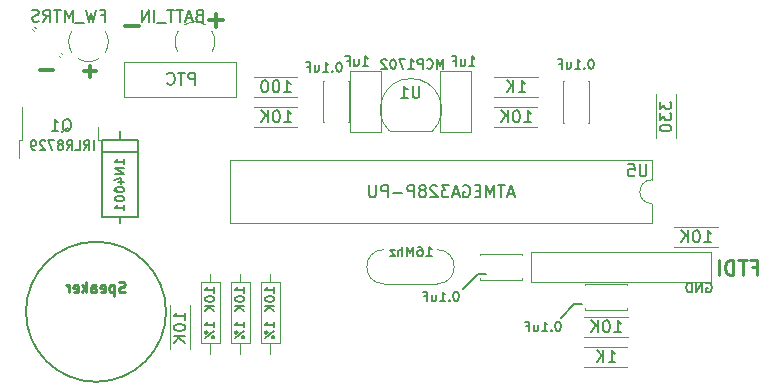
<source format=gbo>
G04 #@! TF.FileFunction,Legend,Bot*
%FSLAX46Y46*%
G04 Gerber Fmt 4.6, Leading zero omitted, Abs format (unit mm)*
G04 Created by KiCad (PCBNEW 4.0.7) date 08/30/19 18:47:50*
%MOMM*%
%LPD*%
G01*
G04 APERTURE LIST*
%ADD10C,0.100000*%
%ADD11C,0.150000*%
%ADD12C,0.300000*%
%ADD13C,0.120000*%
%ADD14C,0.200000*%
%ADD15C,0.222250*%
%ADD16C,0.250000*%
G04 APERTURE END LIST*
D10*
D11*
X125466000Y-98838000D02*
X125212000Y-98838000D01*
X164201000Y-108490000D02*
X164836000Y-108490000D01*
X163058000Y-109633000D02*
X164201000Y-108490000D01*
X156073000Y-105950000D02*
X156708000Y-105950000D01*
X154803000Y-107220000D02*
X156073000Y-105950000D01*
X175351523Y-106693000D02*
X175427714Y-106654905D01*
X175541999Y-106654905D01*
X175656285Y-106693000D01*
X175732476Y-106769190D01*
X175770571Y-106845381D01*
X175808666Y-106997762D01*
X175808666Y-107112048D01*
X175770571Y-107264429D01*
X175732476Y-107340619D01*
X175656285Y-107416810D01*
X175541999Y-107454905D01*
X175465809Y-107454905D01*
X175351523Y-107416810D01*
X175313428Y-107378714D01*
X175313428Y-107112048D01*
X175465809Y-107112048D01*
X174970571Y-107454905D02*
X174970571Y-106654905D01*
X174513428Y-107454905D01*
X174513428Y-106654905D01*
X174132476Y-107454905D02*
X174132476Y-106654905D01*
X173942000Y-106654905D01*
X173827714Y-106693000D01*
X173751523Y-106769190D01*
X173713428Y-106845381D01*
X173675333Y-106997762D01*
X173675333Y-107112048D01*
X173713428Y-107264429D01*
X173751523Y-107340619D01*
X173827714Y-107416810D01*
X173942000Y-107454905D01*
X174132476Y-107454905D01*
D12*
X120068428Y-88658143D02*
X118925571Y-88658143D01*
X123656190Y-88767286D02*
X122703809Y-88767286D01*
X123179999Y-89243476D02*
X123179999Y-88291095D01*
X127307428Y-84975143D02*
X126164571Y-84975143D01*
X134419428Y-84467143D02*
X133276571Y-84467143D01*
X133848000Y-85038571D02*
X133848000Y-83895714D01*
D13*
X152158000Y-93830000D02*
X148558000Y-93830000D01*
X152196478Y-93818478D02*
G75*
G03X150358000Y-89380000I-1838478J1838478D01*
G01*
X148519522Y-93818478D02*
G75*
G02X150358000Y-89380000I1838478J1838478D01*
G01*
D10*
X133350000Y-111810000D02*
X133350000Y-112710000D01*
X133350000Y-106610000D02*
X133350000Y-105910000D01*
X134150000Y-106610000D02*
X132550000Y-106610000D01*
X132550000Y-106610000D02*
X132550000Y-111810000D01*
X132550000Y-111810000D02*
X134150000Y-111810000D01*
X134150000Y-111810000D02*
X134150000Y-106610000D01*
D14*
X125720000Y-94615000D02*
X125720000Y-93865000D01*
X125720000Y-101115000D02*
X125720000Y-101615000D01*
X124220000Y-95615000D02*
X127220000Y-95615000D01*
X124220000Y-94615000D02*
X127220000Y-94615000D01*
X127220000Y-94615000D02*
X127220000Y-101115000D01*
X127220000Y-101115000D02*
X124220000Y-101115000D01*
X124220000Y-101115000D02*
X124220000Y-94615000D01*
D13*
X126050000Y-87940000D02*
X135550000Y-87940000D01*
X135550000Y-90940000D02*
X126050000Y-90940000D01*
X126050000Y-87940000D02*
X126050000Y-90940000D01*
X135550000Y-90940000D02*
X135550000Y-87940000D01*
D11*
X129617690Y-109125000D02*
G75*
G03X129617690Y-109125000I-5929690J0D01*
G01*
D13*
X160518000Y-104045000D02*
X160518000Y-106585000D01*
X160518000Y-106585000D02*
X175758000Y-106585000D01*
X175758000Y-106585000D02*
X175758000Y-104045000D01*
X175758000Y-104045000D02*
X160518000Y-104045000D01*
X170738000Y-97965000D02*
G75*
G03X170738000Y-99965000I0J-1000000D01*
G01*
X170738000Y-99965000D02*
X170738000Y-101615000D01*
X170738000Y-101615000D02*
X135058000Y-101615000D01*
X135058000Y-101615000D02*
X135058000Y-96315000D01*
X135058000Y-96315000D02*
X170738000Y-96315000D01*
X170738000Y-96315000D02*
X170738000Y-97965000D01*
X130644495Y-85374807D02*
G75*
G03X130645000Y-87156000I1425505J-890193D01*
G01*
X132959894Y-84839642D02*
G75*
G03X131204000Y-84825000I-889894J-1425358D01*
G01*
X133495358Y-87154894D02*
G75*
G03X133510000Y-85399000I-1425358J889894D01*
G01*
X122162736Y-87689721D02*
G75*
G03X123053000Y-87945000I890264J1424721D01*
G01*
X121627495Y-85374807D02*
G75*
G03X121628000Y-87156000I1425505J-890193D01*
G01*
X124478358Y-87154894D02*
G75*
G03X124493000Y-85399000I-1425358J889894D01*
G01*
X123024326Y-87945099D02*
G75*
G03X123919000Y-87705000I28674J1680099D01*
G01*
X118278000Y-85196000D02*
X118407000Y-85324000D01*
X120528000Y-87446000D02*
X120622000Y-87539000D01*
X118483000Y-84990000D02*
X118577000Y-85084000D01*
X120698000Y-87206000D02*
X120827000Y-87334000D01*
X148068000Y-106765000D02*
X152568000Y-106765000D01*
X148068000Y-103865000D02*
G75*
G03X148068000Y-106765000I0J-1450000D01*
G01*
X152568000Y-103865000D02*
G75*
G02X152568000Y-106765000I0J-1450000D01*
G01*
X165048000Y-111255000D02*
X168768000Y-111255000D01*
X165048000Y-109535000D02*
X168768000Y-109535000D01*
X168688000Y-112075000D02*
X164968000Y-112075000D01*
X168688000Y-113795000D02*
X164968000Y-113795000D01*
X152858000Y-88765000D02*
X152858000Y-93885000D01*
X155478000Y-88765000D02*
X155478000Y-93885000D01*
X152858000Y-88765000D02*
X155478000Y-88765000D01*
X152858000Y-93885000D02*
X155478000Y-93885000D01*
X145238000Y-88765000D02*
X145238000Y-93885000D01*
X147858000Y-88765000D02*
X147858000Y-93885000D01*
X145238000Y-88765000D02*
X147858000Y-88765000D01*
X145238000Y-93885000D02*
X147858000Y-93885000D01*
X159758000Y-104205000D02*
X156238000Y-104205000D01*
X159758000Y-106425000D02*
X156238000Y-106425000D01*
X159758000Y-104205000D02*
X159758000Y-104319000D01*
X159758000Y-106311000D02*
X159758000Y-106425000D01*
X156238000Y-104205000D02*
X156238000Y-104319000D01*
X156238000Y-106311000D02*
X156238000Y-106425000D01*
X142898000Y-89565000D02*
X142898000Y-93085000D01*
X145118000Y-89565000D02*
X145118000Y-93085000D01*
X142898000Y-89565000D02*
X143012000Y-89565000D01*
X145004000Y-89565000D02*
X145118000Y-89565000D01*
X142898000Y-93085000D02*
X143012000Y-93085000D01*
X145004000Y-93085000D02*
X145118000Y-93085000D01*
X165088000Y-108965000D02*
X168608000Y-108965000D01*
X165088000Y-106745000D02*
X168608000Y-106745000D01*
X165088000Y-108965000D02*
X165088000Y-108851000D01*
X165088000Y-106859000D02*
X165088000Y-106745000D01*
X168608000Y-108965000D02*
X168608000Y-108851000D01*
X168608000Y-106859000D02*
X168608000Y-106745000D01*
X172668000Y-103635000D02*
X176388000Y-103635000D01*
X172668000Y-101915000D02*
X176388000Y-101915000D01*
X165438000Y-93125000D02*
X165438000Y-89605000D01*
X163218000Y-93125000D02*
X163218000Y-89605000D01*
X165438000Y-93125000D02*
X165324000Y-93125000D01*
X163332000Y-93125000D02*
X163218000Y-93125000D01*
X165438000Y-89605000D02*
X165324000Y-89605000D01*
X163332000Y-89605000D02*
X163218000Y-89605000D01*
X157428000Y-90935000D02*
X161148000Y-90935000D01*
X157428000Y-89215000D02*
X161148000Y-89215000D01*
X161068000Y-91755000D02*
X157348000Y-91755000D01*
X161068000Y-93475000D02*
X157348000Y-93475000D01*
X140748000Y-91755000D02*
X137028000Y-91755000D01*
X140748000Y-93475000D02*
X137028000Y-93475000D01*
X140748000Y-89215000D02*
X137028000Y-89215000D01*
X140748000Y-90935000D02*
X137028000Y-90935000D01*
X172808000Y-94435000D02*
X172808000Y-90715000D01*
X171088000Y-94435000D02*
X171088000Y-90715000D01*
D10*
X135890000Y-111810000D02*
X135890000Y-112710000D01*
X135890000Y-106610000D02*
X135890000Y-105910000D01*
X136690000Y-106610000D02*
X135090000Y-106610000D01*
X135090000Y-106610000D02*
X135090000Y-111810000D01*
X135090000Y-111810000D02*
X136690000Y-111810000D01*
X136690000Y-111810000D02*
X136690000Y-106610000D01*
D13*
X131670000Y-112310000D02*
X131670000Y-108590000D01*
X129950000Y-112310000D02*
X129950000Y-108590000D01*
X117190000Y-96090000D02*
X117190000Y-94590000D01*
X117190000Y-94590000D02*
X117460000Y-94590000D01*
X117460000Y-94590000D02*
X117460000Y-91760000D01*
X124090000Y-96090000D02*
X124090000Y-94590000D01*
X124090000Y-94590000D02*
X123820000Y-94590000D01*
X123820000Y-94590000D02*
X123820000Y-93490000D01*
D10*
X138430000Y-111810000D02*
X138430000Y-112710000D01*
X138430000Y-106610000D02*
X138430000Y-105910000D01*
X139230000Y-106610000D02*
X137630000Y-106610000D01*
X137630000Y-106610000D02*
X137630000Y-111810000D01*
X137630000Y-111810000D02*
X139230000Y-111810000D01*
X139230000Y-111810000D02*
X139230000Y-106610000D01*
D11*
X151069905Y-90022381D02*
X151069905Y-90831905D01*
X151022286Y-90927143D01*
X150974667Y-90974762D01*
X150879429Y-91022381D01*
X150688952Y-91022381D01*
X150593714Y-90974762D01*
X150546095Y-90927143D01*
X150498476Y-90831905D01*
X150498476Y-90022381D01*
X149498476Y-91022381D02*
X150069905Y-91022381D01*
X149784191Y-91022381D02*
X149784191Y-90022381D01*
X149879429Y-90165238D01*
X149974667Y-90260476D01*
X150069905Y-90308095D01*
X153075477Y-88531905D02*
X153075477Y-87731905D01*
X152808810Y-88303333D01*
X152542143Y-87731905D01*
X152542143Y-88531905D01*
X151704048Y-88455714D02*
X151742143Y-88493810D01*
X151856429Y-88531905D01*
X151932619Y-88531905D01*
X152046905Y-88493810D01*
X152123096Y-88417619D01*
X152161191Y-88341429D01*
X152199286Y-88189048D01*
X152199286Y-88074762D01*
X152161191Y-87922381D01*
X152123096Y-87846190D01*
X152046905Y-87770000D01*
X151932619Y-87731905D01*
X151856429Y-87731905D01*
X151742143Y-87770000D01*
X151704048Y-87808095D01*
X151361191Y-88531905D02*
X151361191Y-87731905D01*
X151056429Y-87731905D01*
X150980238Y-87770000D01*
X150942143Y-87808095D01*
X150904048Y-87884286D01*
X150904048Y-87998571D01*
X150942143Y-88074762D01*
X150980238Y-88112857D01*
X151056429Y-88150952D01*
X151361191Y-88150952D01*
X150142143Y-88531905D02*
X150599286Y-88531905D01*
X150370715Y-88531905D02*
X150370715Y-87731905D01*
X150446905Y-87846190D01*
X150523096Y-87922381D01*
X150599286Y-87960476D01*
X149875476Y-87731905D02*
X149342143Y-87731905D01*
X149685000Y-88531905D01*
X148885000Y-87731905D02*
X148808809Y-87731905D01*
X148732619Y-87770000D01*
X148694524Y-87808095D01*
X148656428Y-87884286D01*
X148618333Y-88036667D01*
X148618333Y-88227143D01*
X148656428Y-88379524D01*
X148694524Y-88455714D01*
X148732619Y-88493810D01*
X148808809Y-88531905D01*
X148885000Y-88531905D01*
X148961190Y-88493810D01*
X148999286Y-88455714D01*
X149037381Y-88379524D01*
X149075476Y-88227143D01*
X149075476Y-88036667D01*
X149037381Y-87884286D01*
X148999286Y-87808095D01*
X148961190Y-87770000D01*
X148885000Y-87731905D01*
X148313571Y-87808095D02*
X148275476Y-87770000D01*
X148199285Y-87731905D01*
X148008809Y-87731905D01*
X147932619Y-87770000D01*
X147894523Y-87808095D01*
X147856428Y-87884286D01*
X147856428Y-87960476D01*
X147894523Y-88074762D01*
X148351666Y-88531905D01*
X147856428Y-88531905D01*
X133711905Y-107524762D02*
X133711905Y-107067619D01*
X133711905Y-107296190D02*
X132911905Y-107296190D01*
X133026190Y-107220000D01*
X133102381Y-107143809D01*
X133140476Y-107067619D01*
X132911905Y-108020000D02*
X132911905Y-108096191D01*
X132950000Y-108172381D01*
X132988095Y-108210476D01*
X133064286Y-108248572D01*
X133216667Y-108286667D01*
X133407143Y-108286667D01*
X133559524Y-108248572D01*
X133635714Y-108210476D01*
X133673810Y-108172381D01*
X133711905Y-108096191D01*
X133711905Y-108020000D01*
X133673810Y-107943810D01*
X133635714Y-107905714D01*
X133559524Y-107867619D01*
X133407143Y-107829524D01*
X133216667Y-107829524D01*
X133064286Y-107867619D01*
X132988095Y-107905714D01*
X132950000Y-107943810D01*
X132911905Y-108020000D01*
X133711905Y-108629524D02*
X132911905Y-108629524D01*
X133711905Y-109086667D02*
X133254762Y-108743810D01*
X132911905Y-109086667D02*
X133369048Y-108629524D01*
X133711905Y-110458096D02*
X133711905Y-110000953D01*
X133711905Y-110229524D02*
X132911905Y-110229524D01*
X133026190Y-110153334D01*
X133102381Y-110077143D01*
X133140476Y-110000953D01*
X133711905Y-110762858D02*
X132911905Y-111372382D01*
X132911905Y-110877144D02*
X132950000Y-110953334D01*
X133026190Y-110991429D01*
X133102381Y-110953334D01*
X133140476Y-110877144D01*
X133102381Y-110800953D01*
X133026190Y-110762858D01*
X132950000Y-110800953D01*
X132911905Y-110877144D01*
X133673810Y-111334287D02*
X133597619Y-111372382D01*
X133521429Y-111334287D01*
X133483333Y-111258096D01*
X133521429Y-111181906D01*
X133597619Y-111143810D01*
X133673810Y-111181906D01*
X133711905Y-111258096D01*
X133673810Y-111334287D01*
X126081905Y-96650714D02*
X126081905Y-96193571D01*
X126081905Y-96422142D02*
X125281905Y-96422142D01*
X125396190Y-96345952D01*
X125472381Y-96269761D01*
X125510476Y-96193571D01*
X126081905Y-96993571D02*
X125281905Y-96993571D01*
X126081905Y-97450714D01*
X125281905Y-97450714D01*
X125548571Y-98174523D02*
X126081905Y-98174523D01*
X125243810Y-97984047D02*
X125815238Y-97793571D01*
X125815238Y-98288809D01*
X125281905Y-98745952D02*
X125281905Y-98822143D01*
X125320000Y-98898333D01*
X125358095Y-98936428D01*
X125434286Y-98974524D01*
X125586667Y-99012619D01*
X125777143Y-99012619D01*
X125929524Y-98974524D01*
X126005714Y-98936428D01*
X126043810Y-98898333D01*
X126081905Y-98822143D01*
X126081905Y-98745952D01*
X126043810Y-98669762D01*
X126005714Y-98631666D01*
X125929524Y-98593571D01*
X125777143Y-98555476D01*
X125586667Y-98555476D01*
X125434286Y-98593571D01*
X125358095Y-98631666D01*
X125320000Y-98669762D01*
X125281905Y-98745952D01*
X125281905Y-99507857D02*
X125281905Y-99584048D01*
X125320000Y-99660238D01*
X125358095Y-99698333D01*
X125434286Y-99736429D01*
X125586667Y-99774524D01*
X125777143Y-99774524D01*
X125929524Y-99736429D01*
X126005714Y-99698333D01*
X126043810Y-99660238D01*
X126081905Y-99584048D01*
X126081905Y-99507857D01*
X126043810Y-99431667D01*
X126005714Y-99393571D01*
X125929524Y-99355476D01*
X125777143Y-99317381D01*
X125586667Y-99317381D01*
X125434286Y-99355476D01*
X125358095Y-99393571D01*
X125320000Y-99431667D01*
X125281905Y-99507857D01*
X126081905Y-100536429D02*
X126081905Y-100079286D01*
X126081905Y-100307857D02*
X125281905Y-100307857D01*
X125396190Y-100231667D01*
X125472381Y-100155476D01*
X125510476Y-100079286D01*
X132069857Y-89892381D02*
X132069857Y-88892381D01*
X131688904Y-88892381D01*
X131593666Y-88940000D01*
X131546047Y-88987619D01*
X131498428Y-89082857D01*
X131498428Y-89225714D01*
X131546047Y-89320952D01*
X131593666Y-89368571D01*
X131688904Y-89416190D01*
X132069857Y-89416190D01*
X131212714Y-88892381D02*
X130641285Y-88892381D01*
X130927000Y-89892381D02*
X130927000Y-88892381D01*
X129736523Y-89797143D02*
X129784142Y-89844762D01*
X129926999Y-89892381D01*
X130022237Y-89892381D01*
X130165095Y-89844762D01*
X130260333Y-89749524D01*
X130307952Y-89654286D01*
X130355571Y-89463810D01*
X130355571Y-89320952D01*
X130307952Y-89130476D01*
X130260333Y-89035238D01*
X130165095Y-88940000D01*
X130022237Y-88892381D01*
X129926999Y-88892381D01*
X129784142Y-88940000D01*
X129736523Y-88987619D01*
D15*
X126143333Y-107452833D02*
X126016333Y-107495167D01*
X125804666Y-107495167D01*
X125719999Y-107452833D01*
X125677666Y-107410500D01*
X125635333Y-107325833D01*
X125635333Y-107241167D01*
X125677666Y-107156500D01*
X125719999Y-107114167D01*
X125804666Y-107071833D01*
X125973999Y-107029500D01*
X126058666Y-106987167D01*
X126100999Y-106944833D01*
X126143333Y-106860167D01*
X126143333Y-106775500D01*
X126100999Y-106690833D01*
X126058666Y-106648500D01*
X125973999Y-106606167D01*
X125762333Y-106606167D01*
X125635333Y-106648500D01*
X125254332Y-106902500D02*
X125254332Y-107791500D01*
X125254332Y-106944833D02*
X125169666Y-106902500D01*
X125000332Y-106902500D01*
X124915666Y-106944833D01*
X124873332Y-106987167D01*
X124830999Y-107071833D01*
X124830999Y-107325833D01*
X124873332Y-107410500D01*
X124915666Y-107452833D01*
X125000332Y-107495167D01*
X125169666Y-107495167D01*
X125254332Y-107452833D01*
X124111333Y-107452833D02*
X124195999Y-107495167D01*
X124365333Y-107495167D01*
X124449999Y-107452833D01*
X124492333Y-107368167D01*
X124492333Y-107029500D01*
X124449999Y-106944833D01*
X124365333Y-106902500D01*
X124195999Y-106902500D01*
X124111333Y-106944833D01*
X124068999Y-107029500D01*
X124068999Y-107114167D01*
X124492333Y-107198833D01*
X123306999Y-107495167D02*
X123306999Y-107029500D01*
X123349333Y-106944833D01*
X123433999Y-106902500D01*
X123603333Y-106902500D01*
X123687999Y-106944833D01*
X123306999Y-107452833D02*
X123391666Y-107495167D01*
X123603333Y-107495167D01*
X123687999Y-107452833D01*
X123730333Y-107368167D01*
X123730333Y-107283500D01*
X123687999Y-107198833D01*
X123603333Y-107156500D01*
X123391666Y-107156500D01*
X123306999Y-107114167D01*
X122883666Y-107495167D02*
X122883666Y-106606167D01*
X122799000Y-107156500D02*
X122545000Y-107495167D01*
X122545000Y-106902500D02*
X122883666Y-107241167D01*
X121825333Y-107452833D02*
X121909999Y-107495167D01*
X122079333Y-107495167D01*
X122163999Y-107452833D01*
X122206333Y-107368167D01*
X122206333Y-107029500D01*
X122163999Y-106944833D01*
X122079333Y-106902500D01*
X121909999Y-106902500D01*
X121825333Y-106944833D01*
X121782999Y-107029500D01*
X121782999Y-107114167D01*
X122206333Y-107198833D01*
X121401999Y-107495167D02*
X121401999Y-106902500D01*
X121401999Y-107071833D02*
X121359666Y-106987167D01*
X121317333Y-106944833D01*
X121232666Y-106902500D01*
X121147999Y-106902500D01*
D16*
X179264238Y-105352714D02*
X179680905Y-105352714D01*
X179680905Y-106007476D02*
X179680905Y-104757476D01*
X179085667Y-104757476D01*
X178788047Y-104757476D02*
X178073762Y-104757476D01*
X178430905Y-106007476D02*
X178430905Y-104757476D01*
X177657095Y-106007476D02*
X177657095Y-104757476D01*
X177359476Y-104757476D01*
X177180904Y-104817000D01*
X177061857Y-104936048D01*
X177002333Y-105055095D01*
X176942809Y-105293190D01*
X176942809Y-105471762D01*
X177002333Y-105709857D01*
X177061857Y-105828905D01*
X177180904Y-105947952D01*
X177359476Y-106007476D01*
X177657095Y-106007476D01*
X176407095Y-106007476D02*
X176407095Y-104757476D01*
D11*
X170296905Y-96639381D02*
X170296905Y-97448905D01*
X170249286Y-97544143D01*
X170201667Y-97591762D01*
X170106429Y-97639381D01*
X169915952Y-97639381D01*
X169820714Y-97591762D01*
X169773095Y-97544143D01*
X169725476Y-97448905D01*
X169725476Y-96639381D01*
X168773095Y-96639381D02*
X169249286Y-96639381D01*
X169296905Y-97115571D01*
X169249286Y-97067952D01*
X169154048Y-97020333D01*
X168915952Y-97020333D01*
X168820714Y-97067952D01*
X168773095Y-97115571D01*
X168725476Y-97210810D01*
X168725476Y-97448905D01*
X168773095Y-97544143D01*
X168820714Y-97591762D01*
X168915952Y-97639381D01*
X169154048Y-97639381D01*
X169249286Y-97591762D01*
X169296905Y-97544143D01*
X159040857Y-99131667D02*
X158564666Y-99131667D01*
X159136095Y-99417381D02*
X158802762Y-98417381D01*
X158469428Y-99417381D01*
X158278952Y-98417381D02*
X157707523Y-98417381D01*
X157993238Y-99417381D02*
X157993238Y-98417381D01*
X157374190Y-99417381D02*
X157374190Y-98417381D01*
X157040856Y-99131667D01*
X156707523Y-98417381D01*
X156707523Y-99417381D01*
X156231333Y-98893571D02*
X155897999Y-98893571D01*
X155755142Y-99417381D02*
X156231333Y-99417381D01*
X156231333Y-98417381D01*
X155755142Y-98417381D01*
X154802761Y-98465000D02*
X154897999Y-98417381D01*
X155040856Y-98417381D01*
X155183714Y-98465000D01*
X155278952Y-98560238D01*
X155326571Y-98655476D01*
X155374190Y-98845952D01*
X155374190Y-98988810D01*
X155326571Y-99179286D01*
X155278952Y-99274524D01*
X155183714Y-99369762D01*
X155040856Y-99417381D01*
X154945618Y-99417381D01*
X154802761Y-99369762D01*
X154755142Y-99322143D01*
X154755142Y-98988810D01*
X154945618Y-98988810D01*
X154374190Y-99131667D02*
X153897999Y-99131667D01*
X154469428Y-99417381D02*
X154136095Y-98417381D01*
X153802761Y-99417381D01*
X153564666Y-98417381D02*
X152945618Y-98417381D01*
X153278952Y-98798333D01*
X153136094Y-98798333D01*
X153040856Y-98845952D01*
X152993237Y-98893571D01*
X152945618Y-98988810D01*
X152945618Y-99226905D01*
X152993237Y-99322143D01*
X153040856Y-99369762D01*
X153136094Y-99417381D01*
X153421809Y-99417381D01*
X153517047Y-99369762D01*
X153564666Y-99322143D01*
X152564666Y-98512619D02*
X152517047Y-98465000D01*
X152421809Y-98417381D01*
X152183713Y-98417381D01*
X152088475Y-98465000D01*
X152040856Y-98512619D01*
X151993237Y-98607857D01*
X151993237Y-98703095D01*
X152040856Y-98845952D01*
X152612285Y-99417381D01*
X151993237Y-99417381D01*
X151421809Y-98845952D02*
X151517047Y-98798333D01*
X151564666Y-98750714D01*
X151612285Y-98655476D01*
X151612285Y-98607857D01*
X151564666Y-98512619D01*
X151517047Y-98465000D01*
X151421809Y-98417381D01*
X151231332Y-98417381D01*
X151136094Y-98465000D01*
X151088475Y-98512619D01*
X151040856Y-98607857D01*
X151040856Y-98655476D01*
X151088475Y-98750714D01*
X151136094Y-98798333D01*
X151231332Y-98845952D01*
X151421809Y-98845952D01*
X151517047Y-98893571D01*
X151564666Y-98941190D01*
X151612285Y-99036429D01*
X151612285Y-99226905D01*
X151564666Y-99322143D01*
X151517047Y-99369762D01*
X151421809Y-99417381D01*
X151231332Y-99417381D01*
X151136094Y-99369762D01*
X151088475Y-99322143D01*
X151040856Y-99226905D01*
X151040856Y-99036429D01*
X151088475Y-98941190D01*
X151136094Y-98893571D01*
X151231332Y-98845952D01*
X150612285Y-99417381D02*
X150612285Y-98417381D01*
X150231332Y-98417381D01*
X150136094Y-98465000D01*
X150088475Y-98512619D01*
X150040856Y-98607857D01*
X150040856Y-98750714D01*
X150088475Y-98845952D01*
X150136094Y-98893571D01*
X150231332Y-98941190D01*
X150612285Y-98941190D01*
X149612285Y-99036429D02*
X148850380Y-99036429D01*
X148374190Y-99417381D02*
X148374190Y-98417381D01*
X147993237Y-98417381D01*
X147897999Y-98465000D01*
X147850380Y-98512619D01*
X147802761Y-98607857D01*
X147802761Y-98750714D01*
X147850380Y-98845952D01*
X147897999Y-98893571D01*
X147993237Y-98941190D01*
X148374190Y-98941190D01*
X147374190Y-98417381D02*
X147374190Y-99226905D01*
X147326571Y-99322143D01*
X147278952Y-99369762D01*
X147183714Y-99417381D01*
X146993237Y-99417381D01*
X146897999Y-99369762D01*
X146850380Y-99322143D01*
X146802761Y-99226905D01*
X146802761Y-98417381D01*
X132426904Y-84034571D02*
X132284047Y-84082190D01*
X132236428Y-84129810D01*
X132188809Y-84225048D01*
X132188809Y-84367905D01*
X132236428Y-84463143D01*
X132284047Y-84510762D01*
X132379285Y-84558381D01*
X132760238Y-84558381D01*
X132760238Y-83558381D01*
X132426904Y-83558381D01*
X132331666Y-83606000D01*
X132284047Y-83653619D01*
X132236428Y-83748857D01*
X132236428Y-83844095D01*
X132284047Y-83939333D01*
X132331666Y-83986952D01*
X132426904Y-84034571D01*
X132760238Y-84034571D01*
X131807857Y-84272667D02*
X131331666Y-84272667D01*
X131903095Y-84558381D02*
X131569762Y-83558381D01*
X131236428Y-84558381D01*
X131045952Y-83558381D02*
X130474523Y-83558381D01*
X130760238Y-84558381D02*
X130760238Y-83558381D01*
X130284047Y-83558381D02*
X129712618Y-83558381D01*
X129998333Y-84558381D02*
X129998333Y-83558381D01*
X129617380Y-84653619D02*
X128855475Y-84653619D01*
X128617380Y-84558381D02*
X128617380Y-83558381D01*
X128141190Y-84558381D02*
X128141190Y-83558381D01*
X127569761Y-84558381D01*
X127569761Y-83558381D01*
X124140095Y-84034571D02*
X124473429Y-84034571D01*
X124473429Y-84558381D02*
X124473429Y-83558381D01*
X123997238Y-83558381D01*
X123711524Y-83558381D02*
X123473429Y-84558381D01*
X123282952Y-83844095D01*
X123092476Y-84558381D01*
X122854381Y-83558381D01*
X122711524Y-84653619D02*
X121949619Y-84653619D01*
X121711524Y-84558381D02*
X121711524Y-83558381D01*
X121378190Y-84272667D01*
X121044857Y-83558381D01*
X121044857Y-84558381D01*
X120711524Y-83558381D02*
X120140095Y-83558381D01*
X120425810Y-84558381D02*
X120425810Y-83558381D01*
X119235333Y-84558381D02*
X119568667Y-84082190D01*
X119806762Y-84558381D02*
X119806762Y-83558381D01*
X119425809Y-83558381D01*
X119330571Y-83606000D01*
X119282952Y-83653619D01*
X119235333Y-83748857D01*
X119235333Y-83891714D01*
X119282952Y-83986952D01*
X119330571Y-84034571D01*
X119425809Y-84082190D01*
X119806762Y-84082190D01*
X118854381Y-84510762D02*
X118711524Y-84558381D01*
X118473428Y-84558381D01*
X118378190Y-84510762D01*
X118330571Y-84463143D01*
X118282952Y-84367905D01*
X118282952Y-84272667D01*
X118330571Y-84177429D01*
X118378190Y-84129810D01*
X118473428Y-84082190D01*
X118663905Y-84034571D01*
X118759143Y-83986952D01*
X118806762Y-83939333D01*
X118854381Y-83844095D01*
X118854381Y-83748857D01*
X118806762Y-83653619D01*
X118759143Y-83606000D01*
X118663905Y-83558381D01*
X118425809Y-83558381D01*
X118282952Y-83606000D01*
X151653238Y-104406905D02*
X152110381Y-104406905D01*
X151881810Y-104406905D02*
X151881810Y-103606905D01*
X151958000Y-103721190D01*
X152034191Y-103797381D01*
X152110381Y-103835476D01*
X150967524Y-103606905D02*
X151119905Y-103606905D01*
X151196095Y-103645000D01*
X151234190Y-103683095D01*
X151310381Y-103797381D01*
X151348476Y-103949762D01*
X151348476Y-104254524D01*
X151310381Y-104330714D01*
X151272286Y-104368810D01*
X151196095Y-104406905D01*
X151043714Y-104406905D01*
X150967524Y-104368810D01*
X150929428Y-104330714D01*
X150891333Y-104254524D01*
X150891333Y-104064048D01*
X150929428Y-103987857D01*
X150967524Y-103949762D01*
X151043714Y-103911667D01*
X151196095Y-103911667D01*
X151272286Y-103949762D01*
X151310381Y-103987857D01*
X151348476Y-104064048D01*
X150548476Y-104406905D02*
X150548476Y-103606905D01*
X150281809Y-104178333D01*
X150015142Y-103606905D01*
X150015142Y-104406905D01*
X149634190Y-104406905D02*
X149634190Y-103606905D01*
X149291333Y-104406905D02*
X149291333Y-103987857D01*
X149329428Y-103911667D01*
X149405618Y-103873571D01*
X149519904Y-103873571D01*
X149596095Y-103911667D01*
X149634190Y-103949762D01*
X148986570Y-103873571D02*
X148567523Y-103873571D01*
X148986570Y-104406905D01*
X148567523Y-104406905D01*
X167558476Y-110847381D02*
X168129905Y-110847381D01*
X167844191Y-110847381D02*
X167844191Y-109847381D01*
X167939429Y-109990238D01*
X168034667Y-110085476D01*
X168129905Y-110133095D01*
X166939429Y-109847381D02*
X166844190Y-109847381D01*
X166748952Y-109895000D01*
X166701333Y-109942619D01*
X166653714Y-110037857D01*
X166606095Y-110228333D01*
X166606095Y-110466429D01*
X166653714Y-110656905D01*
X166701333Y-110752143D01*
X166748952Y-110799762D01*
X166844190Y-110847381D01*
X166939429Y-110847381D01*
X167034667Y-110799762D01*
X167082286Y-110752143D01*
X167129905Y-110656905D01*
X167177524Y-110466429D01*
X167177524Y-110228333D01*
X167129905Y-110037857D01*
X167082286Y-109942619D01*
X167034667Y-109895000D01*
X166939429Y-109847381D01*
X166177524Y-110847381D02*
X166177524Y-109847381D01*
X165606095Y-110847381D02*
X166034667Y-110275952D01*
X165606095Y-109847381D02*
X166177524Y-110418810D01*
X167082285Y-113387381D02*
X167653714Y-113387381D01*
X167368000Y-113387381D02*
X167368000Y-112387381D01*
X167463238Y-112530238D01*
X167558476Y-112625476D01*
X167653714Y-112673095D01*
X166653714Y-113387381D02*
X166653714Y-112387381D01*
X166082285Y-113387381D02*
X166510857Y-112815952D01*
X166082285Y-112387381D02*
X166653714Y-112958810D01*
X155279190Y-88277905D02*
X155736333Y-88277905D01*
X155507762Y-88277905D02*
X155507762Y-87477905D01*
X155583952Y-87592190D01*
X155660143Y-87668381D01*
X155736333Y-87706476D01*
X154593476Y-87744571D02*
X154593476Y-88277905D01*
X154936333Y-87744571D02*
X154936333Y-88163619D01*
X154898238Y-88239810D01*
X154822047Y-88277905D01*
X154707761Y-88277905D01*
X154631571Y-88239810D01*
X154593476Y-88201714D01*
X153945856Y-87858857D02*
X154212523Y-87858857D01*
X154212523Y-88277905D02*
X154212523Y-87477905D01*
X153831570Y-87477905D01*
X146262190Y-88277905D02*
X146719333Y-88277905D01*
X146490762Y-88277905D02*
X146490762Y-87477905D01*
X146566952Y-87592190D01*
X146643143Y-87668381D01*
X146719333Y-87706476D01*
X145576476Y-87744571D02*
X145576476Y-88277905D01*
X145919333Y-87744571D02*
X145919333Y-88163619D01*
X145881238Y-88239810D01*
X145805047Y-88277905D01*
X145690761Y-88277905D01*
X145614571Y-88239810D01*
X145576476Y-88201714D01*
X144928856Y-87858857D02*
X145195523Y-87858857D01*
X145195523Y-88277905D02*
X145195523Y-87477905D01*
X144814570Y-87477905D01*
X154212286Y-107416905D02*
X154136095Y-107416905D01*
X154059905Y-107455000D01*
X154021810Y-107493095D01*
X153983714Y-107569286D01*
X153945619Y-107721667D01*
X153945619Y-107912143D01*
X153983714Y-108064524D01*
X154021810Y-108140714D01*
X154059905Y-108178810D01*
X154136095Y-108216905D01*
X154212286Y-108216905D01*
X154288476Y-108178810D01*
X154326572Y-108140714D01*
X154364667Y-108064524D01*
X154402762Y-107912143D01*
X154402762Y-107721667D01*
X154364667Y-107569286D01*
X154326572Y-107493095D01*
X154288476Y-107455000D01*
X154212286Y-107416905D01*
X153602762Y-108140714D02*
X153564667Y-108178810D01*
X153602762Y-108216905D01*
X153640857Y-108178810D01*
X153602762Y-108140714D01*
X153602762Y-108216905D01*
X152802762Y-108216905D02*
X153259905Y-108216905D01*
X153031334Y-108216905D02*
X153031334Y-107416905D01*
X153107524Y-107531190D01*
X153183715Y-107607381D01*
X153259905Y-107645476D01*
X152117048Y-107683571D02*
X152117048Y-108216905D01*
X152459905Y-107683571D02*
X152459905Y-108102619D01*
X152421810Y-108178810D01*
X152345619Y-108216905D01*
X152231333Y-108216905D01*
X152155143Y-108178810D01*
X152117048Y-108140714D01*
X151469428Y-107797857D02*
X151736095Y-107797857D01*
X151736095Y-108216905D02*
X151736095Y-107416905D01*
X151355142Y-107416905D01*
X144306286Y-87985905D02*
X144230095Y-87985905D01*
X144153905Y-88024000D01*
X144115810Y-88062095D01*
X144077714Y-88138286D01*
X144039619Y-88290667D01*
X144039619Y-88481143D01*
X144077714Y-88633524D01*
X144115810Y-88709714D01*
X144153905Y-88747810D01*
X144230095Y-88785905D01*
X144306286Y-88785905D01*
X144382476Y-88747810D01*
X144420572Y-88709714D01*
X144458667Y-88633524D01*
X144496762Y-88481143D01*
X144496762Y-88290667D01*
X144458667Y-88138286D01*
X144420572Y-88062095D01*
X144382476Y-88024000D01*
X144306286Y-87985905D01*
X143696762Y-88709714D02*
X143658667Y-88747810D01*
X143696762Y-88785905D01*
X143734857Y-88747810D01*
X143696762Y-88709714D01*
X143696762Y-88785905D01*
X142896762Y-88785905D02*
X143353905Y-88785905D01*
X143125334Y-88785905D02*
X143125334Y-87985905D01*
X143201524Y-88100190D01*
X143277715Y-88176381D01*
X143353905Y-88214476D01*
X142211048Y-88252571D02*
X142211048Y-88785905D01*
X142553905Y-88252571D02*
X142553905Y-88671619D01*
X142515810Y-88747810D01*
X142439619Y-88785905D01*
X142325333Y-88785905D01*
X142249143Y-88747810D01*
X142211048Y-88709714D01*
X141563428Y-88366857D02*
X141830095Y-88366857D01*
X141830095Y-88785905D02*
X141830095Y-87985905D01*
X141449142Y-87985905D01*
X162848286Y-109956905D02*
X162772095Y-109956905D01*
X162695905Y-109995000D01*
X162657810Y-110033095D01*
X162619714Y-110109286D01*
X162581619Y-110261667D01*
X162581619Y-110452143D01*
X162619714Y-110604524D01*
X162657810Y-110680714D01*
X162695905Y-110718810D01*
X162772095Y-110756905D01*
X162848286Y-110756905D01*
X162924476Y-110718810D01*
X162962572Y-110680714D01*
X163000667Y-110604524D01*
X163038762Y-110452143D01*
X163038762Y-110261667D01*
X163000667Y-110109286D01*
X162962572Y-110033095D01*
X162924476Y-109995000D01*
X162848286Y-109956905D01*
X162238762Y-110680714D02*
X162200667Y-110718810D01*
X162238762Y-110756905D01*
X162276857Y-110718810D01*
X162238762Y-110680714D01*
X162238762Y-110756905D01*
X161438762Y-110756905D02*
X161895905Y-110756905D01*
X161667334Y-110756905D02*
X161667334Y-109956905D01*
X161743524Y-110071190D01*
X161819715Y-110147381D01*
X161895905Y-110185476D01*
X160753048Y-110223571D02*
X160753048Y-110756905D01*
X161095905Y-110223571D02*
X161095905Y-110642619D01*
X161057810Y-110718810D01*
X160981619Y-110756905D01*
X160867333Y-110756905D01*
X160791143Y-110718810D01*
X160753048Y-110680714D01*
X160105428Y-110337857D02*
X160372095Y-110337857D01*
X160372095Y-110756905D02*
X160372095Y-109956905D01*
X159991142Y-109956905D01*
X175178476Y-103227381D02*
X175749905Y-103227381D01*
X175464191Y-103227381D02*
X175464191Y-102227381D01*
X175559429Y-102370238D01*
X175654667Y-102465476D01*
X175749905Y-102513095D01*
X174559429Y-102227381D02*
X174464190Y-102227381D01*
X174368952Y-102275000D01*
X174321333Y-102322619D01*
X174273714Y-102417857D01*
X174226095Y-102608333D01*
X174226095Y-102846429D01*
X174273714Y-103036905D01*
X174321333Y-103132143D01*
X174368952Y-103179762D01*
X174464190Y-103227381D01*
X174559429Y-103227381D01*
X174654667Y-103179762D01*
X174702286Y-103132143D01*
X174749905Y-103036905D01*
X174797524Y-102846429D01*
X174797524Y-102608333D01*
X174749905Y-102417857D01*
X174702286Y-102322619D01*
X174654667Y-102275000D01*
X174559429Y-102227381D01*
X173797524Y-103227381D02*
X173797524Y-102227381D01*
X173226095Y-103227381D02*
X173654667Y-102655952D01*
X173226095Y-102227381D02*
X173797524Y-102798810D01*
X165642286Y-87731905D02*
X165566095Y-87731905D01*
X165489905Y-87770000D01*
X165451810Y-87808095D01*
X165413714Y-87884286D01*
X165375619Y-88036667D01*
X165375619Y-88227143D01*
X165413714Y-88379524D01*
X165451810Y-88455714D01*
X165489905Y-88493810D01*
X165566095Y-88531905D01*
X165642286Y-88531905D01*
X165718476Y-88493810D01*
X165756572Y-88455714D01*
X165794667Y-88379524D01*
X165832762Y-88227143D01*
X165832762Y-88036667D01*
X165794667Y-87884286D01*
X165756572Y-87808095D01*
X165718476Y-87770000D01*
X165642286Y-87731905D01*
X165032762Y-88455714D02*
X164994667Y-88493810D01*
X165032762Y-88531905D01*
X165070857Y-88493810D01*
X165032762Y-88455714D01*
X165032762Y-88531905D01*
X164232762Y-88531905D02*
X164689905Y-88531905D01*
X164461334Y-88531905D02*
X164461334Y-87731905D01*
X164537524Y-87846190D01*
X164613715Y-87922381D01*
X164689905Y-87960476D01*
X163547048Y-87998571D02*
X163547048Y-88531905D01*
X163889905Y-87998571D02*
X163889905Y-88417619D01*
X163851810Y-88493810D01*
X163775619Y-88531905D01*
X163661333Y-88531905D01*
X163585143Y-88493810D01*
X163547048Y-88455714D01*
X162899428Y-88112857D02*
X163166095Y-88112857D01*
X163166095Y-88531905D02*
X163166095Y-87731905D01*
X162785142Y-87731905D01*
X159462285Y-90527381D02*
X160033714Y-90527381D01*
X159748000Y-90527381D02*
X159748000Y-89527381D01*
X159843238Y-89670238D01*
X159938476Y-89765476D01*
X160033714Y-89813095D01*
X159033714Y-90527381D02*
X159033714Y-89527381D01*
X158462285Y-90527381D02*
X158890857Y-89955952D01*
X158462285Y-89527381D02*
X159033714Y-90098810D01*
X159938476Y-93067381D02*
X160509905Y-93067381D01*
X160224191Y-93067381D02*
X160224191Y-92067381D01*
X160319429Y-92210238D01*
X160414667Y-92305476D01*
X160509905Y-92353095D01*
X159319429Y-92067381D02*
X159224190Y-92067381D01*
X159128952Y-92115000D01*
X159081333Y-92162619D01*
X159033714Y-92257857D01*
X158986095Y-92448333D01*
X158986095Y-92686429D01*
X159033714Y-92876905D01*
X159081333Y-92972143D01*
X159128952Y-93019762D01*
X159224190Y-93067381D01*
X159319429Y-93067381D01*
X159414667Y-93019762D01*
X159462286Y-92972143D01*
X159509905Y-92876905D01*
X159557524Y-92686429D01*
X159557524Y-92448333D01*
X159509905Y-92257857D01*
X159462286Y-92162619D01*
X159414667Y-92115000D01*
X159319429Y-92067381D01*
X158557524Y-93067381D02*
X158557524Y-92067381D01*
X157986095Y-93067381D02*
X158414667Y-92495952D01*
X157986095Y-92067381D02*
X158557524Y-92638810D01*
X139618476Y-93067381D02*
X140189905Y-93067381D01*
X139904191Y-93067381D02*
X139904191Y-92067381D01*
X139999429Y-92210238D01*
X140094667Y-92305476D01*
X140189905Y-92353095D01*
X138999429Y-92067381D02*
X138904190Y-92067381D01*
X138808952Y-92115000D01*
X138761333Y-92162619D01*
X138713714Y-92257857D01*
X138666095Y-92448333D01*
X138666095Y-92686429D01*
X138713714Y-92876905D01*
X138761333Y-92972143D01*
X138808952Y-93019762D01*
X138904190Y-93067381D01*
X138999429Y-93067381D01*
X139094667Y-93019762D01*
X139142286Y-92972143D01*
X139189905Y-92876905D01*
X139237524Y-92686429D01*
X139237524Y-92448333D01*
X139189905Y-92257857D01*
X139142286Y-92162619D01*
X139094667Y-92115000D01*
X138999429Y-92067381D01*
X138237524Y-93067381D02*
X138237524Y-92067381D01*
X137666095Y-93067381D02*
X138094667Y-92495952D01*
X137666095Y-92067381D02*
X138237524Y-92638810D01*
X139594666Y-90527381D02*
X140166095Y-90527381D01*
X139880381Y-90527381D02*
X139880381Y-89527381D01*
X139975619Y-89670238D01*
X140070857Y-89765476D01*
X140166095Y-89813095D01*
X138975619Y-89527381D02*
X138880380Y-89527381D01*
X138785142Y-89575000D01*
X138737523Y-89622619D01*
X138689904Y-89717857D01*
X138642285Y-89908333D01*
X138642285Y-90146429D01*
X138689904Y-90336905D01*
X138737523Y-90432143D01*
X138785142Y-90479762D01*
X138880380Y-90527381D01*
X138975619Y-90527381D01*
X139070857Y-90479762D01*
X139118476Y-90432143D01*
X139166095Y-90336905D01*
X139213714Y-90146429D01*
X139213714Y-89908333D01*
X139166095Y-89717857D01*
X139118476Y-89622619D01*
X139070857Y-89575000D01*
X138975619Y-89527381D01*
X138023238Y-89527381D02*
X137927999Y-89527381D01*
X137832761Y-89575000D01*
X137785142Y-89622619D01*
X137737523Y-89717857D01*
X137689904Y-89908333D01*
X137689904Y-90146429D01*
X137737523Y-90336905D01*
X137785142Y-90432143D01*
X137832761Y-90479762D01*
X137927999Y-90527381D01*
X138023238Y-90527381D01*
X138118476Y-90479762D01*
X138166095Y-90432143D01*
X138213714Y-90336905D01*
X138261333Y-90146429D01*
X138261333Y-89908333D01*
X138213714Y-89717857D01*
X138166095Y-89622619D01*
X138118476Y-89575000D01*
X138023238Y-89527381D01*
X171400381Y-91329286D02*
X171400381Y-91948334D01*
X171781333Y-91615000D01*
X171781333Y-91757858D01*
X171828952Y-91853096D01*
X171876571Y-91900715D01*
X171971810Y-91948334D01*
X172209905Y-91948334D01*
X172305143Y-91900715D01*
X172352762Y-91853096D01*
X172400381Y-91757858D01*
X172400381Y-91472143D01*
X172352762Y-91376905D01*
X172305143Y-91329286D01*
X171400381Y-92281667D02*
X171400381Y-92900715D01*
X171781333Y-92567381D01*
X171781333Y-92710239D01*
X171828952Y-92805477D01*
X171876571Y-92853096D01*
X171971810Y-92900715D01*
X172209905Y-92900715D01*
X172305143Y-92853096D01*
X172352762Y-92805477D01*
X172400381Y-92710239D01*
X172400381Y-92424524D01*
X172352762Y-92329286D01*
X172305143Y-92281667D01*
X171400381Y-93519762D02*
X171400381Y-93615001D01*
X171448000Y-93710239D01*
X171495619Y-93757858D01*
X171590857Y-93805477D01*
X171781333Y-93853096D01*
X172019429Y-93853096D01*
X172209905Y-93805477D01*
X172305143Y-93757858D01*
X172352762Y-93710239D01*
X172400381Y-93615001D01*
X172400381Y-93519762D01*
X172352762Y-93424524D01*
X172305143Y-93376905D01*
X172209905Y-93329286D01*
X172019429Y-93281667D01*
X171781333Y-93281667D01*
X171590857Y-93329286D01*
X171495619Y-93376905D01*
X171448000Y-93424524D01*
X171400381Y-93519762D01*
X136251905Y-107524762D02*
X136251905Y-107067619D01*
X136251905Y-107296190D02*
X135451905Y-107296190D01*
X135566190Y-107220000D01*
X135642381Y-107143809D01*
X135680476Y-107067619D01*
X135451905Y-108020000D02*
X135451905Y-108096191D01*
X135490000Y-108172381D01*
X135528095Y-108210476D01*
X135604286Y-108248572D01*
X135756667Y-108286667D01*
X135947143Y-108286667D01*
X136099524Y-108248572D01*
X136175714Y-108210476D01*
X136213810Y-108172381D01*
X136251905Y-108096191D01*
X136251905Y-108020000D01*
X136213810Y-107943810D01*
X136175714Y-107905714D01*
X136099524Y-107867619D01*
X135947143Y-107829524D01*
X135756667Y-107829524D01*
X135604286Y-107867619D01*
X135528095Y-107905714D01*
X135490000Y-107943810D01*
X135451905Y-108020000D01*
X136251905Y-108629524D02*
X135451905Y-108629524D01*
X136251905Y-109086667D02*
X135794762Y-108743810D01*
X135451905Y-109086667D02*
X135909048Y-108629524D01*
X136251905Y-110458096D02*
X136251905Y-110000953D01*
X136251905Y-110229524D02*
X135451905Y-110229524D01*
X135566190Y-110153334D01*
X135642381Y-110077143D01*
X135680476Y-110000953D01*
X136251905Y-110762858D02*
X135451905Y-111372382D01*
X135451905Y-110877144D02*
X135490000Y-110953334D01*
X135566190Y-110991429D01*
X135642381Y-110953334D01*
X135680476Y-110877144D01*
X135642381Y-110800953D01*
X135566190Y-110762858D01*
X135490000Y-110800953D01*
X135451905Y-110877144D01*
X136213810Y-111334287D02*
X136137619Y-111372382D01*
X136061429Y-111334287D01*
X136023333Y-111258096D01*
X136061429Y-111181906D01*
X136137619Y-111143810D01*
X136213810Y-111181906D01*
X136251905Y-111258096D01*
X136213810Y-111334287D01*
X131262381Y-109799524D02*
X131262381Y-109228095D01*
X131262381Y-109513809D02*
X130262381Y-109513809D01*
X130405238Y-109418571D01*
X130500476Y-109323333D01*
X130548095Y-109228095D01*
X130262381Y-110418571D02*
X130262381Y-110513810D01*
X130310000Y-110609048D01*
X130357619Y-110656667D01*
X130452857Y-110704286D01*
X130643333Y-110751905D01*
X130881429Y-110751905D01*
X131071905Y-110704286D01*
X131167143Y-110656667D01*
X131214762Y-110609048D01*
X131262381Y-110513810D01*
X131262381Y-110418571D01*
X131214762Y-110323333D01*
X131167143Y-110275714D01*
X131071905Y-110228095D01*
X130881429Y-110180476D01*
X130643333Y-110180476D01*
X130452857Y-110228095D01*
X130357619Y-110275714D01*
X130310000Y-110323333D01*
X130262381Y-110418571D01*
X131262381Y-111180476D02*
X130262381Y-111180476D01*
X131262381Y-111751905D02*
X130690952Y-111323333D01*
X130262381Y-111751905D02*
X130833810Y-111180476D01*
X120836838Y-93899219D02*
X120932076Y-93851600D01*
X121027314Y-93756362D01*
X121170171Y-93613505D01*
X121265410Y-93565886D01*
X121360648Y-93565886D01*
X121313029Y-93803981D02*
X121408267Y-93756362D01*
X121503505Y-93661124D01*
X121551124Y-93470648D01*
X121551124Y-93137314D01*
X121503505Y-92946838D01*
X121408267Y-92851600D01*
X121313029Y-92803981D01*
X121122552Y-92803981D01*
X121027314Y-92851600D01*
X120932076Y-92946838D01*
X120884457Y-93137314D01*
X120884457Y-93470648D01*
X120932076Y-93661124D01*
X121027314Y-93756362D01*
X121122552Y-93803981D01*
X121313029Y-93803981D01*
X119932076Y-93803981D02*
X120503505Y-93803981D01*
X120217791Y-93803981D02*
X120217791Y-92803981D01*
X120313029Y-92946838D01*
X120408267Y-93042076D01*
X120503505Y-93089695D01*
X123490819Y-95389905D02*
X123490819Y-94589905D01*
X122652724Y-95389905D02*
X122919391Y-95008952D01*
X123109867Y-95389905D02*
X123109867Y-94589905D01*
X122805105Y-94589905D01*
X122728914Y-94628000D01*
X122690819Y-94666095D01*
X122652724Y-94742286D01*
X122652724Y-94856571D01*
X122690819Y-94932762D01*
X122728914Y-94970857D01*
X122805105Y-95008952D01*
X123109867Y-95008952D01*
X121928914Y-95389905D02*
X122309867Y-95389905D01*
X122309867Y-94589905D01*
X121205105Y-95389905D02*
X121471772Y-95008952D01*
X121662248Y-95389905D02*
X121662248Y-94589905D01*
X121357486Y-94589905D01*
X121281295Y-94628000D01*
X121243200Y-94666095D01*
X121205105Y-94742286D01*
X121205105Y-94856571D01*
X121243200Y-94932762D01*
X121281295Y-94970857D01*
X121357486Y-95008952D01*
X121662248Y-95008952D01*
X120747962Y-94932762D02*
X120824153Y-94894667D01*
X120862248Y-94856571D01*
X120900343Y-94780381D01*
X120900343Y-94742286D01*
X120862248Y-94666095D01*
X120824153Y-94628000D01*
X120747962Y-94589905D01*
X120595581Y-94589905D01*
X120519391Y-94628000D01*
X120481295Y-94666095D01*
X120443200Y-94742286D01*
X120443200Y-94780381D01*
X120481295Y-94856571D01*
X120519391Y-94894667D01*
X120595581Y-94932762D01*
X120747962Y-94932762D01*
X120824153Y-94970857D01*
X120862248Y-95008952D01*
X120900343Y-95085143D01*
X120900343Y-95237524D01*
X120862248Y-95313714D01*
X120824153Y-95351810D01*
X120747962Y-95389905D01*
X120595581Y-95389905D01*
X120519391Y-95351810D01*
X120481295Y-95313714D01*
X120443200Y-95237524D01*
X120443200Y-95085143D01*
X120481295Y-95008952D01*
X120519391Y-94970857D01*
X120595581Y-94932762D01*
X120176533Y-94589905D02*
X119643200Y-94589905D01*
X119986057Y-95389905D01*
X119376533Y-94666095D02*
X119338438Y-94628000D01*
X119262247Y-94589905D01*
X119071771Y-94589905D01*
X118995581Y-94628000D01*
X118957485Y-94666095D01*
X118919390Y-94742286D01*
X118919390Y-94818476D01*
X118957485Y-94932762D01*
X119414628Y-95389905D01*
X118919390Y-95389905D01*
X118538438Y-95389905D02*
X118386057Y-95389905D01*
X118309866Y-95351810D01*
X118271771Y-95313714D01*
X118195580Y-95199429D01*
X118157485Y-95047048D01*
X118157485Y-94742286D01*
X118195580Y-94666095D01*
X118233676Y-94628000D01*
X118309866Y-94589905D01*
X118462247Y-94589905D01*
X118538438Y-94628000D01*
X118576533Y-94666095D01*
X118614628Y-94742286D01*
X118614628Y-94932762D01*
X118576533Y-95008952D01*
X118538438Y-95047048D01*
X118462247Y-95085143D01*
X118309866Y-95085143D01*
X118233676Y-95047048D01*
X118195580Y-95008952D01*
X118157485Y-94932762D01*
X138791905Y-107524762D02*
X138791905Y-107067619D01*
X138791905Y-107296190D02*
X137991905Y-107296190D01*
X138106190Y-107220000D01*
X138182381Y-107143809D01*
X138220476Y-107067619D01*
X137991905Y-108020000D02*
X137991905Y-108096191D01*
X138030000Y-108172381D01*
X138068095Y-108210476D01*
X138144286Y-108248572D01*
X138296667Y-108286667D01*
X138487143Y-108286667D01*
X138639524Y-108248572D01*
X138715714Y-108210476D01*
X138753810Y-108172381D01*
X138791905Y-108096191D01*
X138791905Y-108020000D01*
X138753810Y-107943810D01*
X138715714Y-107905714D01*
X138639524Y-107867619D01*
X138487143Y-107829524D01*
X138296667Y-107829524D01*
X138144286Y-107867619D01*
X138068095Y-107905714D01*
X138030000Y-107943810D01*
X137991905Y-108020000D01*
X138791905Y-108629524D02*
X137991905Y-108629524D01*
X138791905Y-109086667D02*
X138334762Y-108743810D01*
X137991905Y-109086667D02*
X138449048Y-108629524D01*
X138791905Y-110458096D02*
X138791905Y-110000953D01*
X138791905Y-110229524D02*
X137991905Y-110229524D01*
X138106190Y-110153334D01*
X138182381Y-110077143D01*
X138220476Y-110000953D01*
X138791905Y-110762858D02*
X137991905Y-111372382D01*
X137991905Y-110877144D02*
X138030000Y-110953334D01*
X138106190Y-110991429D01*
X138182381Y-110953334D01*
X138220476Y-110877144D01*
X138182381Y-110800953D01*
X138106190Y-110762858D01*
X138030000Y-110800953D01*
X137991905Y-110877144D01*
X138753810Y-111334287D02*
X138677619Y-111372382D01*
X138601429Y-111334287D01*
X138563333Y-111258096D01*
X138601429Y-111181906D01*
X138677619Y-111143810D01*
X138753810Y-111181906D01*
X138791905Y-111258096D01*
X138753810Y-111334287D01*
M02*

</source>
